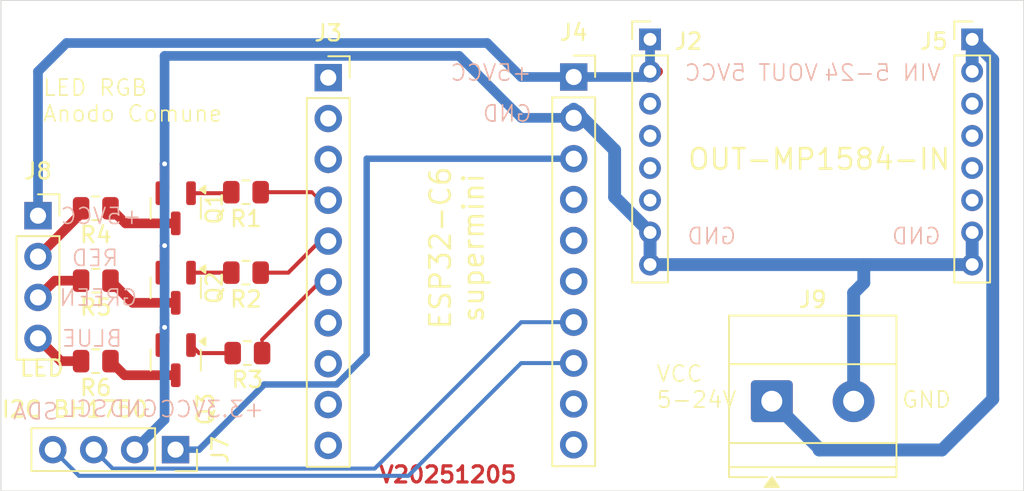
<source format=kicad_pcb>
(kicad_pcb (version 20241229) (generator "pcbnew") (generator_version "9.0")
  (layers (0 "F.Cu" signal) (2 "B.Cu" signal) (13 "F.Paste" user) (15 "B.Paste" user) (5 "F.SilkS" user "F.Silkscreen") (7 "B.SilkS" user "B.Silkscreen") (1 "F.Mask" user) (3 "B.Mask" user) (25 "Edge.Cuts" user))
  (net 0 "")
  (net 1 "VCC 5V")
  (net 2 "GND")
  (net 3 "/PWM_BLUE")
  (net 9 "/PWM_RED")
  (net 11 "/PWM_GREEN")
  (net 16 "/I2C SDA")
  (net 18 "/I2C SCL")
  (net 19 "Net-(J4-Pin_3)")
  (net 21 "VCC 12V MAX")
  (net 22 "Net-(J8-Pin_3)")
  (net 23 "Net-(J8-Pin_4)")
  (net 24 "Net-(J8-Pin_2)")
  (net 25 "Net-(Q1-G)")
  (net 26 "Net-(Q1-D)")
  (net 27 "Net-(Q2-D)")
  (net 28 "Net-(Q2-G)")
  (net 29 "Net-(Q3-G)")
  (net 30 "Net-(Q3-D)")
  (footprint "Resistor_SMD:R_0805_2012Metric" (layer "F.Cu") (at 82.0875 86 180)
    (property "Reference" "R5" (at 0 -1.65 0) (layer "F.SilkS"))
    (property "Value" "150R")
    (fp_line (start -0.227064 0.735) (end 0.227064 0.735) (stroke (width 0.12)) (layer "F.SilkS"))
    (fp_line (start -0.227064 -0.735) (end 0.227064 -0.735) (stroke (width 0.12)) (layer "F.SilkS"))
    (pad "1" smd roundrect (at -0.9125 0 180) (size 1.025 1.4) (layers "F.Cu" "F.Mask" "F.Paste") (roundrect_rratio 0.243902) (net 27 "Net-(Q2-D)"))
    (pad "2" smd roundrect (at 0.9125 0 180) (size 1.025 1.4) (layers "F.Cu" "F.Mask" "F.Paste") (roundrect_rratio 0.243902) (net 22 "Net-(J8-Pin_3)"))
  )
  (footprint "Connector_PinHeader_2.00mm:PinHeader_1x08_P2.00mm_Vertical" (layer "F.Cu") (at 116.5 71)
    (property "Reference" "J2" (at 2.38 0.12 0) (layer "F.SilkS"))
    (property "Value" "VOUT" (hide yes))
    (fp_line (start -1.11 -1.11) (end 0 -1.11) (stroke (width 0.12)) (layer "F.SilkS"))
    (fp_line (start -1.11 0) (end -1.11 -1.11) (stroke (width 0.12)) (layer "F.SilkS"))
    (fp_line (start -1.11 1) (end -1.11 15.11) (stroke (width 0.12)) (layer "F.SilkS"))
    (fp_line (start -1.11 1) (end 1.11 1) (stroke (width 0.12)) (layer "F.SilkS"))
    (fp_line (start -1.11 15.11) (end 1.11 15.11) (stroke (width 0.12)) (layer "F.SilkS"))
    (fp_line (start 1.11 1) (end 1.11 15.11) (stroke (width 0.12)) (layer "F.SilkS"))
    (pad "1" thru_hole rect (at 0 0) (size 1.35 1.35) (drill 0.8) (layers "*.Cu" "*.Mask") (net 1 "VCC 5V"))
    (pad "2" thru_hole circle (at 0 2) (size 1.35 1.35) (drill 0.8) (layers "*.Cu" "*.Mask") (net 1 "VCC 5V"))
    (pad "3" thru_hole circle (at 0 4) (size 1.35 1.35) (drill 0.8) (layers "*.Cu" "*.Mask"))
    (pad "4" thru_hole circle (at 0 6) (size 1.35 1.35) (drill 0.8) (layers "*.Cu" "*.Mask"))
    (pad "5" thru_hole circle (at 0 8) (size 1.35 1.35) (drill 0.8) (layers "*.Cu" "*.Mask"))
    (pad "6" thru_hole circle (at 0 10) (size 1.35 1.35) (drill 0.8) (layers "*.Cu" "*.Mask"))
    (pad "7" thru_hole circle (at 0 12) (size 1.35 1.35) (drill 0.8) (layers "*.Cu" "*.Mask") (net 2 "GND"))
    (pad "8" thru_hole circle (at 0 14) (size 1.35 1.35) (drill 0.8) (layers "*.Cu" "*.Mask") (net 2 "GND"))
  )
  (footprint "Connector_PinSocket_2.54mm:PinSocket_1x10_P2.54mm_Vertical" (layer "F.Cu") (at 96.52 73.38)
    (property "Reference" "J3" (at 0 -2.77 0) (layer "F.SilkS"))
    (property "Value" "ESP32C6 Left")
    (fp_line (start -1.33 1.27) (end -1.33 24.19) (stroke (width 0.12)) (layer "F.SilkS"))
    (fp_line (start -1.33 1.27) (end 1.33 1.27) (stroke (width 0.12)) (layer "F.SilkS"))
    (fp_line (start -1.33 24.19) (end 1.33 24.19) (stroke (width 0.12)) (layer "F.SilkS"))
    (fp_line (start 0 -1.33) (end 1.33 -1.33) (stroke (width 0.12)) (layer "F.SilkS"))
    (fp_line (start 1.33 -1.33) (end 1.33 0) (stroke (width 0.12)) (layer "F.SilkS"))
    (fp_line (start 1.33 1.27) (end 1.33 24.19) (stroke (width 0.12)) (layer "F.SilkS"))
    (pad "1" thru_hole rect (at 0 0) (size 1.7 1.7) (drill 1) (layers "*.Cu" "*.Mask"))
    (pad "2" thru_hole circle (at 0 2.54) (size 1.7 1.7) (drill 1) (layers "*.Cu" "*.Mask"))
    (pad "3" thru_hole circle (at 0 5.08) (size 1.7 1.7) (drill 1) (layers "*.Cu" "*.Mask"))
    (pad "4" thru_hole circle (at 0 7.62) (size 1.7 1.7) (drill 1) (layers "*.Cu" "*.Mask") (net 9 "/PWM_RED"))
    (pad "5" thru_hole circle (at 0 10.16) (size 1.7 1.7) (drill 1) (layers "*.Cu" "*.Mask") (net 11 "/PWM_GREEN"))
    (pad "6" thru_hole circle (at 0 12.7) (size 1.7 1.7) (drill 1) (layers "*.Cu" "*.Mask") (net 3 "/PWM_BLUE"))
    (pad "7" thru_hole circle (at 0 15.24) (size 1.7 1.7) (drill 1) (layers "*.Cu" "*.Mask"))
    (pad "8" thru_hole circle (at 0 17.78) (size 1.7 1.7) (drill 1) (layers "*.Cu" "*.Mask"))
    (pad "9" thru_hole circle (at 0 20.32) (size 1.7 1.7) (drill 1) (layers "*.Cu" "*.Mask"))
    (pad "10" thru_hole circle (at 0 22.86) (size 1.7 1.7) (drill 1) (layers "*.Cu" "*.Mask"))
  )
  (footprint "Package_TO_SOT_SMD:SOT-23" (layer "F.Cu") (at 87.05 81.5 -90)
    (property "Reference" "Q1" (at 0 -2.4 90) (layer "F.SilkS"))
    (property "Value" "AO3400A" (hide yes))
    (fp_line (start 0 1.56) (end -0.65 1.56) (stroke (width 0.12)) (layer "F.SilkS"))
    (fp_line (start 0 1.56) (end 0.65 1.56) (stroke (width 0.12)) (layer "F.SilkS"))
    (fp_line (start 0 -1.56) (end -0.65 -1.56) (stroke (width 0.12)) (layer "F.SilkS"))
    (fp_line (start 0 -1.56) (end 0.65 -1.56) (stroke (width 0.12)) (layer "F.SilkS"))
    (fp_poly (pts (xy -1.1625 -1.51) (xy -1.4025 -1.84) (xy -0.9225 -1.84)) (stroke (width 0.12)) (fill yes) (layer "F.SilkS"))
    (pad "1" smd roundrect (at -0.9375 -0.95 270) (size 1.475 0.6) (layers "F.Cu" "F.Mask" "F.Paste") (net 25 "Net-(Q1-G)"))
    (pad "2" smd roundrect (at -0.9375 0.95 270) (size 1.475 0.6) (layers "F.Cu" "F.Mask" "F.Paste") (net 2 "GND"))
    (pad "3" smd roundrect (at 0.9375 0 270) (size 1.475 0.6) (layers "F.Cu" "F.Mask" "F.Paste") (net 26 "Net-(Q1-D)"))
  )
  (footprint "Package_TO_SOT_SMD:SOT-23" (layer "F.Cu") (at 87.05 86.4375 -90)
    (property "Reference" "Q2" (at 0 -2.4 90) (layer "F.SilkS"))
    (property "Value" "AO3400A")
    (fp_line (start 0 1.56) (end -0.65 1.56) (stroke (width 0.12)) (layer "F.SilkS"))
    (fp_line (start 0 1.56) (end 0.65 1.56) (stroke (width 0.12)) (layer "F.SilkS"))
    (fp_line (start 0 -1.56) (end -0.65 -1.56) (stroke (width 0.12)) (layer "F.SilkS"))
    (fp_line (start 0 -1.56) (end 0.65 -1.56) (stroke (width 0.12)) (layer "F.SilkS"))
    (fp_poly (pts (xy -1.1625 -1.51) (xy -1.4025 -1.84) (xy -0.9225 -1.84)) (stroke (width 0.12)) (fill yes) (layer "F.SilkS"))
    (pad "1" smd roundrect (at -0.9375 -0.95 270) (size 1.475 0.6) (layers "F.Cu" "F.Mask" "F.Paste") (net 28 "Net-(Q2-G)"))
    (pad "2" smd roundrect (at -0.9375 0.95 270) (size 1.475 0.6) (layers "F.Cu" "F.Mask" "F.Paste") (net 2 "GND"))
    (pad "3" smd roundrect (at 0.9375 0 270) (size 1.475 0.6) (layers "F.Cu" "F.Mask" "F.Paste") (net 27 "Net-(Q2-D)"))
  )
  (footprint "Resistor_SMD:R_0805_2012Metric" (layer "F.Cu") (at 82.0875 91 180)
    (property "Reference" "R6" (at 0 -1.65 0) (layer "F.SilkS"))
    (property "Value" "150R")
    (fp_line (start -0.227064 0.735) (end 0.227064 0.735) (stroke (width 0.12)) (layer "F.SilkS"))
    (fp_line (start -0.227064 -0.735) (end 0.227064 -0.735) (stroke (width 0.12)) (layer "F.SilkS"))
    (pad "1" smd roundrect (at -0.9125 0 180) (size 1.025 1.4) (layers "F.Cu" "F.Mask" "F.Paste") (roundrect_rratio 0.243902) (net 30 "Net-(Q3-D)"))
    (pad "2" smd roundrect (at 0.9125 0 180) (size 1.025 1.4) (layers "F.Cu" "F.Mask" "F.Paste") (roundrect_rratio 0.243902) (net 23 "Net-(J8-Pin_4)"))
  )
  (footprint "Connector_PinSocket_2.54mm:PinSocket_1x04_P2.54mm_Vertical" (layer "F.Cu") (at 78.5 81.96)
    (property "Reference" "J8" (at 0 -2.77 0) (layer "F.SilkS"))
    (property "Value" "LED" (at 0.24 9.48 0) (layer "F.SilkS"))
    (fp_line (start -1.33 1.27) (end -1.33 8.95) (stroke (width 0.12)) (layer "F.SilkS"))
    (fp_line (start -1.33 1.27) (end 1.33 1.27) (stroke (width 0.12)) (layer "F.SilkS"))
    (fp_line (start -1.33 8.95) (end 1.33 8.95) (stroke (width 0.12)) (layer "F.SilkS"))
    (fp_line (start 0 -1.33) (end 1.33 -1.33) (stroke (width 0.12)) (layer "F.SilkS"))
    (fp_line (start 1.33 -1.33) (end 1.33 0) (stroke (width 0.12)) (layer "F.SilkS"))
    (fp_line (start 1.33 1.27) (end 1.33 8.95) (stroke (width 0.12)) (layer "F.SilkS"))
    (pad "1" thru_hole rect (at 0 0) (size 1.7 1.7) (drill 1) (layers "*.Cu" "*.Mask") (net 1 "VCC 5V"))
    (pad "2" thru_hole circle (at 0 2.54) (size 1.7 1.7) (drill 1) (layers "*.Cu" "*.Mask") (net 24 "Net-(J8-Pin_2)"))
    (pad "3" thru_hole circle (at 0 5.08) (size 1.7 1.7) (drill 1) (layers "*.Cu" "*.Mask") (net 22 "Net-(J8-Pin_3)"))
    (pad "4" thru_hole circle (at 0 7.62) (size 1.7 1.7) (drill 1) (layers "*.Cu" "*.Mask") (net 23 "Net-(J8-Pin_4)"))
  )
  (footprint "Resistor_SMD:R_0805_2012Metric" (layer "F.Cu") (at 91.4125 85.5 180)
    (property "Reference" "R2" (at 0 -1.65 0) (layer "F.SilkS"))
    (property "Value" "220R")
    (fp_line (start -0.227064 0.735) (end 0.227064 0.735) (stroke (width 0.12)) (layer "F.SilkS"))
    (fp_line (start -0.227064 -0.735) (end 0.227064 -0.735) (stroke (width 0.12)) (layer "F.SilkS"))
    (pad "1" smd roundrect (at -0.9125 0 180) (size 1.025 1.4) (layers "F.Cu" "F.Mask" "F.Paste") (roundrect_rratio 0.243902) (net 11 "/PWM_GREEN"))
    (pad "2" smd roundrect (at 0.9125 0 180) (size 1.025 1.4) (layers "F.Cu" "F.Mask" "F.Paste") (roundrect_rratio 0.243902) (net 28 "Net-(Q2-G)"))
  )
  (footprint "Connector_PinSocket_2.54mm:PinSocket_1x04_P2.54mm_Vertical" (layer "F.Cu") (at 87.04 96.5 -90)
    (property "Reference" "J7" (at 0 -2.77 90) (layer "F.SilkS"))
    (property "Value" "I2C BH1750" (at -2.51 6.25 0) (layer "F.SilkS"))
    (fp_line (start -1.33 8.95) (end 1.33 8.95) (stroke (width 0.12)) (layer "F.SilkS"))
    (fp_line (start -1.33 1.27) (end -1.33 8.95) (stroke (width 0.12)) (layer "F.SilkS"))
    (fp_line (start -1.33 1.27) (end 1.33 1.27) (stroke (width 0.12)) (layer "F.SilkS"))
    (fp_line (start 1.33 1.27) (end 1.33 8.95) (stroke (width 0.12)) (layer "F.SilkS"))
    (fp_line (start 0 -1.33) (end 1.33 -1.33) (stroke (width 0.12)) (layer "F.SilkS"))
    (fp_line (start 1.33 -1.33) (end 1.33 0) (stroke (width 0.12)) (layer "F.SilkS"))
    (pad "1" thru_hole rect (at 0 0 270) (size 1.7 1.7) (drill 1) (layers "*.Cu" "*.Mask") (net 19 "Net-(J4-Pin_3)"))
    (pad "2" thru_hole circle (at 0 2.54 270) (size 1.7 1.7) (drill 1) (layers "*.Cu" "*.Mask") (net 2 "GND"))
    (pad "3" thru_hole circle (at 0 5.08 270) (size 1.7 1.7) (drill 1) (layers "*.Cu" "*.Mask") (net 18 "/I2C SCL"))
    (pad "4" thru_hole circle (at 0 7.62 270) (size 1.7 1.7) (drill 1) (layers "*.Cu" "*.Mask") (net 16 "/I2C SDA"))
  )
  (footprint "Connector_PinSocket_2.54mm:PinSocket_1x10_P2.54mm_Vertical" (layer "F.Cu") (at 111.76 73.34)
    (property "Reference" "J4" (at 0 -2.77 0) (layer "F.SilkS"))
    (property "Value" "ESP32C6 Right")
    (fp_line (start -1.33 1.27) (end -1.33 24.19) (stroke (width 0.12)) (layer "F.SilkS"))
    (fp_line (start -1.33 1.27) (end 1.33 1.27) (stroke (width 0.12)) (layer "F.SilkS"))
    (fp_line (start -1.33 24.19) (end 1.33 24.19) (stroke (width 0.12)) (layer "F.SilkS"))
    (fp_line (start 0 -1.33) (end 1.33 -1.33) (stroke (width 0.12)) (layer "F.SilkS"))
    (fp_line (start 1.33 -1.33) (end 1.33 0) (stroke (width 0.12)) (layer "F.SilkS"))
    (fp_line (start 1.33 1.27) (end 1.33 24.19) (stroke (width 0.12)) (layer "F.SilkS"))
    (pad "1" thru_hole rect (at 0 0) (size 1.7 1.7) (drill 1) (layers "*.Cu" "*.Mask") (net 1 "VCC 5V"))
    (pad "2" thru_hole circle (at 0 2.54) (size 1.7 1.7) (drill 1) (layers "*.Cu" "*.Mask") (net 2 "GND"))
    (pad "3" thru_hole circle (at 0 5.08) (size 1.7 1.7) (drill 1) (layers "*.Cu" "*.Mask") (net 19 "Net-(J4-Pin_3)"))
    (pad "4" thru_hole circle (at 0 7.62) (size 1.7 1.7) (drill 1) (layers "*.Cu" "*.Mask"))
    (pad "5" thru_hole circle (at 0 10.16) (size 1.7 1.7) (drill 1) (layers "*.Cu" "*.Mask"))
    (pad "6" thru_hole circle (at 0 12.7) (size 1.7 1.7) (drill 1) (layers "*.Cu" "*.Mask"))
    (pad "7" thru_hole circle (at 0 15.24) (size 1.7 1.7) (drill 1) (layers "*.Cu" "*.Mask") (net 18 "/I2C SCL"))
    (pad "8" thru_hole circle (at 0 17.78) (size 1.7 1.7) (drill 1) (layers "*.Cu" "*.Mask") (net 16 "/I2C SDA"))
    (pad "9" thru_hole circle (at 0 20.32) (size 1.7 1.7) (drill 1) (layers "*.Cu" "*.Mask"))
    (pad "10" thru_hole circle (at 0 22.86) (size 1.7 1.7) (drill 1) (layers "*.Cu" "*.Mask"))
  )
  (footprint "TerminalBlock_Phoenix:TerminalBlock_Phoenix_MKDS-1,5-2-5.08_1x02_P5.08mm_Horizontal" (layer "F.Cu") (at 124.06 93.49)
    (property "Reference" "J9" (at 2.54 -6.32 0) (layer "F.SilkS"))
    (property "Value" "+12VCC")
    (fp_line (start -2.66 -5.32) (end 7.74 -5.32) (stroke (width 0.12)) (layer "F.SilkS"))
    (fp_line (start -2.66 -2.3) (end 7.74 -2.3) (stroke (width 0.12)) (layer "F.SilkS"))
    (fp_line (start -2.66 2.6) (end 7.74 2.6) (stroke (width 0.12)) (layer "F.SilkS"))
    (fp_line (start -2.66 4.1) (end 7.74 4.1) (stroke (width 0.12)) (layer "F.SilkS"))
    (fp_line (start -2.66 4.72) (end -2.66 -5.32) (stroke (width 0.12)) (layer "F.SilkS"))
    (fp_line (start -0.3 4.72) (end -2.66 4.72) (stroke (width 0.12)) (layer "F.SilkS"))
    (fp_line (start 7.74 -5.32) (end 7.74 4.72) (stroke (width 0.12)) (layer "F.SilkS"))
    (fp_line (start 7.74 4.72) (end 0.3 4.72) (stroke (width 0.12)) (layer "F.SilkS"))
    (fp_poly (pts (xy 0 4.72) (xy 0.44 5.33) (xy -0.44 5.33)) (stroke (width 0.12)) (fill yes) (layer "F.SilkS"))
    (pad "1" thru_hole roundrect (at 0 0) (size 2.6 2.6) (drill 1.3) (layers "*.Cu" "*.Mask") (roundrect_rratio 0.096154) (net 21 "VCC 12V MAX"))
    (pad "2" thru_hole circle (at 5.08 0) (size 2.6 2.6) (drill 1.3) (layers "*.Cu" "*.Mask") (net 2 "GND"))
  )
  (footprint "Resistor_SMD:R_0805_2012Metric" (layer "F.Cu") (at 82.0875 81.5 180)
    (property "Reference" "R4" (at 0 -1.65 0) (layer "F.SilkS"))
    (property "Value" "150R")
    (fp_line (start -0.227064 0.735) (end 0.227064 0.735) (stroke (width 0.12)) (layer "F.SilkS"))
    (fp_line (start -0.227064 -0.735) (end 0.227064 -0.735) (stroke (width 0.12)) (layer "F.SilkS"))
    (pad "1" smd roundrect (at -0.9125 0 180) (size 1.025 1.4) (layers "F.Cu" "F.Mask" "F.Paste") (roundrect_rratio 0.243902) (net 26 "Net-(Q1-D)"))
    (pad "2" smd roundrect (at 0.9125 0 180) (size 1.025 1.4) (layers "F.Cu" "F.Mask" "F.Paste") (roundrect_rratio 0.243902) (net 24 "Net-(J8-Pin_2)"))
  )
  (footprint "Resistor_SMD:R_0805_2012Metric" (layer "F.Cu") (at 91.4125 80.5 180)
    (property "Reference" "R1" (at 0 -1.65 0) (layer "F.SilkS"))
    (property "Value" "220R")
    (fp_line (start -0.227064 0.735) (end 0.227064 0.735) (stroke (width 0.12)) (layer "F.SilkS"))
    (fp_line (start -0.227064 -0.735) (end 0.227064 -0.735) (stroke (width 0.12)) (layer "F.SilkS"))
    (pad "1" smd roundrect (at -0.9125 0 180) (size 1.025 1.4) (layers "F.Cu" "F.Mask" "F.Paste") (roundrect_rratio 0.243902) (net 9 "/PWM_RED"))
    (pad "2" smd roundrect (at 0.9125 0 180) (size 1.025 1.4) (layers "F.Cu" "F.Mask" "F.Paste") (roundrect_rratio 0.243902) (net 25 "Net-(Q1-G)"))
  )
  (footprint "Connector_PinHeader_2.00mm:PinHeader_1x08_P2.00mm_Vertical" (layer "F.Cu") (at 136.5 71)
    (property "Reference" "J5" (at -2.38 0.12 0) (layer "F.SilkS"))
    (property "Value" "VIN" (hide yes))
    (fp_line (start -1.11 -1.11) (end 0 -1.11) (stroke (width 0.12)) (layer "F.SilkS"))
    (fp_line (start -1.11 0) (end -1.11 -1.11) (stroke (width 0.12)) (layer "F.SilkS"))
    (fp_line (start -1.11 1) (end -1.11 15.11) (stroke (width 0.12)) (layer "F.SilkS"))
    (fp_line (start -1.11 1) (end 1.11 1) (stroke (width 0.12)) (layer "F.SilkS"))
    (fp_line (start -1.11 15.11) (end 1.11 15.11) (stroke (width 0.12)) (layer "F.SilkS"))
    (fp_line (start 1.11 1) (end 1.11 15.11) (stroke (width 0.12)) (layer "F.SilkS"))
    (pad "1" thru_hole rect (at 0 0) (size 1.35 1.35) (drill 0.8) (layers "*.Cu" "*.Mask") (net 21 "VCC 12V MAX"))
    (pad "2" thru_hole circle (at 0 2) (size 1.35 1.35) (drill 0.8) (layers "*.Cu" "*.Mask") (net 21 "VCC 12V MAX"))
    (pad "3" thru_hole circle (at 0 4) (size 1.35 1.35) (drill 0.8) (layers "*.Cu" "*.Mask"))
    (pad "4" thru_hole circle (at 0 6) (size 1.35 1.35) (drill 0.8) (layers "*.Cu" "*.Mask"))
    (pad "5" thru_hole circle (at 0 8) (size 1.35 1.35) (drill 0.8) (layers "*.Cu" "*.Mask"))
    (pad "6" thru_hole circle (at 0 10) (size 1.35 1.35) (drill 0.8) (layers "*.Cu" "*.Mask"))
    (pad "7" thru_hole circle (at 0 12) (size 1.35 1.35) (drill 0.8) (layers "*.Cu" "*.Mask") (net 2 "GND"))
    (pad "8" thru_hole circle (at 0 14) (size 1.35 1.35) (drill 0.8) (layers "*.Cu" "*.Mask") (net 2 "GND"))
  )
  (footprint "Resistor_SMD:R_0805_2012Metric" (layer "F.Cu") (at 91.5 90.5 180)
    (property "Reference" "R3" (at 0 -1.65 0) (layer "F.SilkS"))
    (property "Value" "220R")
    (fp_line (start -0.227064 0.735) (end 0.227064 0.735) (stroke (width 0.12)) (layer "F.SilkS"))
    (fp_line (start -0.227064 -0.735) (end 0.227064 -0.735) (stroke (width 0.12)) (layer "F.SilkS"))
    (pad "1" smd roundrect (at -0.9125 0 180) (size 1.025 1.4) (layers "F.Cu" "F.Mask" "F.Paste") (roundrect_rratio 0.243902) (net 3 "/PWM_BLUE"))
    (pad "2" smd roundrect (at 0.9125 0 180) (size 1.025 1.4) (layers "F.Cu" "F.Mask" "F.Paste") (roundrect_rratio 0.243902) (net 29 "Net-(Q3-G)"))
  )
  (footprint "Package_TO_SOT_SMD:SOT-23" (layer "F.Cu") (at 87.05 90.9375 -90)
    (property "Reference" "Q3" (at 3.0425 -1.85 90) (layer "F.SilkS"))
    (property "Value" "AO3400A" (hide yes))
    (fp_line (start 0 1.56) (end -0.65 1.56) (stroke (width 0.12)) (layer "F.SilkS"))
    (fp_line (start 0 1.56) (end 0.65 1.56) (stroke (width 0.12)) (layer "F.SilkS"))
    (fp_line (start 0 -1.56) (end -0.65 -1.56) (stroke (width 0.12)) (layer "F.SilkS"))
    (fp_line (start 0 -1.56) (end 0.65 -1.56) (stroke (width 0.12)) (layer "F.SilkS"))
    (fp_poly (pts (xy -1.1625 -1.51) (xy -1.4025 -1.84) (xy -0.9225 -1.84)) (stroke (width 0.12)) (fill yes) (layer "F.SilkS"))
    (pad "1" smd roundrect (at -0.9375 -0.95 270) (size 1.475 0.6) (layers "F.Cu" "F.Mask" "F.Paste") (net 29 "Net-(Q3-G)"))
    (pad "2" smd roundrect (at -0.9375 0.95 270) (size 1.475 0.6) (layers "F.Cu" "F.Mask" "F.Paste") (net 2 "GND"))
    (pad "3" smd roundrect (at 0.9375 0 270) (size 1.475 0.6) (layers "F.Cu" "F.Mask" "F.Paste") (net 30 "Net-(Q3-D)"))
  )
  (gr_rect (start 76.2 68.58) (end 139.7 99.06) (stroke (width 0.05)) (fill no) (layer "Edge.Cuts"))
  (gr_text "V20251205" (at 99.58 98.64 0) (layer "F.Cu") (effects (font (size 1 1) (thickness 0.2) (bold yes)) (justify left bottom)))
  (gr_text "OUT-MP1584-IN" (at 127 78.45 0) (layer "F.SilkS") (effects (font (size 1.27 1.27))))
  (gr_text "VCC\n5-24V" (at 116.84 93.98 0) (layer "F.SilkS") (effects (font (size 1 1) (thickness 0.1)) (justify left bottom)))
  (gr_text "GND" (at 132.08 93.98 0) (layer "F.SilkS") (effects (font (size 1 1) (thickness 0.1)) (justify left bottom)))
  (gr_text "LED RGB\nAnodo Comune" (at 78.74 76.2 0) (layer "F.SilkS") (effects (font (size 1 1) (thickness 0.1)) (justify left bottom)))
  (gr_text "ESP32-C6\nsupermini" (at 104.51 83.96 90) (layer "F.SilkS") (effects (font (size 1.27 1.27))))
  (gr_text "GND" (at 121.92 83.82 0) (layer "B.SilkS") (effects (font (size 1 1) (thickness 0.1)) (justify left bottom mirror)))
  (gr_text "GND" (at 86.02 94.55 0) (layer "B.SilkS") (effects (font (size 1 1) (thickness 0.1)) (justify left bottom mirror)))
  (gr_text "GND" (at 109.22 76.2 0) (layer "B.SilkS") (effects (font (size 1 1) (thickness 0.1)) (justify left bottom mirror)))
  (gr_text "SCL" (at 82.89 94.55 0) (layer "B.SilkS") (effects (font (size 1 1) (thickness 0.1)) (justify left bottom mirror)))
  (gr_text "+3.3VCC" (at 92.6 94.57 0) (layer "B.SilkS") (effects (font (size 1 1) (thickness 0.1)) (justify left bottom mirror)))
  (gr_text "GREEN" (at 84.74 87.64 0) (layer "B.SilkS") (effects (font (size 1 1) (thickness 0.1)) (justify left bottom mirror)))
  (gr_text "SDA" (at 79.82 94.71 0) (layer "B.SilkS") (effects (font (size 1 1) (thickness 0.1)) (justify left bottom mirror)))
  (gr_text "VOUT 5VCC" (at 127 73.66 0) (layer "B.SilkS") (effects (font (size 1 1) (thickness 0.1)) (justify left bottom mirror)))
  (gr_text "+5VCC" (at 85.01 82.57 0) (layer "B.SilkS") (effects (font (size 1 1) (thickness 0.1)) (justify left bottom mirror)))
  (gr_text "BLUE" (at 83.8 90.18 0) (layer "B.SilkS") (effects (font (size 1 1) (thickness 0.1)) (justify left bottom mirror)))
  (gr_text "GND" (at 134.62 83.82 0) (layer "B.SilkS") (effects (font (size 1 1) (thickness 0.1)) (justify left bottom mirror)))
  (gr_text "+5VCC" (at 109.22 73.66 0) (layer "B.SilkS") (effects (font (size 1 1) (thickness 0.1)) (justify left bottom mirror)))
  (gr_text "RED" (at 83.56 85.18 0) (layer "B.SilkS") (effects (font (size 1 1) (thickness 0.1)) (justify left bottom mirror)))
  (gr_text "VIN 5-24" (at 134.62 73.66 0) (layer "B.SilkS") (effects (font (size 1 1) (thickness 0.1)) (justify left bottom mirror)))
  (segment (start 116.66 73.34) (end 117 73) (width 0.6) (layer "F.Cu") (net 1))
  (segment (start 78.5 73) (end 80.272 71.228) (width 0.6) (layer "B.Cu") (net 1))
  (segment (start 116.5 73) (end 116.5 71) (width 0.6) (layer "B.Cu") (net 1))
  (segment (start 106.388 71.228) (end 108.5 73.34) (width 0.6) (layer "B.Cu") (net 1))
  (segment (start 111.76 73.34) (end 116.16 73.34) (width 0.6) (layer "B.Cu") (net 1))
  (segment (start 116.16 73.34) (end 116.5 73) (width 0.6) (layer "B.Cu") (net 1))
  (segment (start 80.272 71.228) (end 106.388 71.228) (width 0.6) (layer "B.Cu") (net 1))
  (segment (start 78.5 81.96) (end 78.5 73) (width 0.6) (layer "B.Cu") (net 1))
  (segment (start 108.5 73.34) (end 111.76 73.34) (width 0.6) (layer "B.Cu") (net 1))
  (segment (start 86.36 85.24) (end 86.1 85.5) (width 0.6) (layer "F.Cu") (net 2))
  (segment (start 86.36 88.9) (end 86.36 89.74) (width 0.6) (layer "F.Cu") (net 2))
  (segment (start 86.36 78.74) (end 86.36 80.3025) (width 0.6) (layer "F.Cu") (net 2))
  (segment (start 86.36 80.3025) (end 86.1 80.5625) (width 0.6) (layer "F.Cu") (net 2))
  (segment (start 86.36 83.82) (end 86.36 85.24) (width 0.6) (layer "F.Cu") (net 2))
  (segment (start 86.36 89.74) (end 86.1 90) (width 0.6) (layer "F.Cu") (net 2))
  (via (at 86.36 83.82) (size 0.6) (drill 0.3) (layers "F.Cu" "B.Cu") (net 2))
  (via (at 86.36 78.74) (size 0.6) (drill 0.3) (layers "F.Cu" "B.Cu") (net 2))
  (via (at 86.36 88.9) (size 0.6) (drill 0.3) (layers "F.Cu" "B.Cu") (net 2))
  (segment (start 86.36 78.74) (end 86.36 83.82) (width 0.6) (layer "B.Cu") (net 2))
  (segment (start 136.5 85) (end 136.5 83) (width 0.8) (layer "B.Cu") (net 2))
  (segment (start 86.36 83.82) (end 86.36 88.9) (width 0.6) (layer "B.Cu") (net 2))
  (segment (start 129.14 86.76) (end 129.14 93.49) (width 0.8) (layer "B.Cu") (net 2))
  (segment (start 104.649 72.029) (end 86.36 72.029) (width 0.6) (layer "B.Cu") (net 2))
  (segment (start 111.76 75.34) (end 114.3 77.88) (width 0.8) (layer "B.Cu") (net 2))
  (segment (start 111.76 75.88) (end 108.5 75.88) (width 0.6) (layer "B.Cu") (net 2))
  (segment (start 129.77 86.13) (end 129.14 86.76) (width 0.8) (layer "B.Cu") (net 2))
  (segment (start 86.36 94.64) (end 84.5 96.5) (width 0.6) (layer "B.Cu") (net 2))
  (segment (start 129.77 85) (end 129.77 86.13) (width 0.8) (layer "B.Cu") (net 2))
  (segment (start 108.5 75.88) (end 104.649 72.029) (width 0.6) (layer "B.Cu") (net 2))
  (segment (start 114.3 77.88) (end 114.3 80.8) (width 0.8) (layer "B.Cu") (net 2))
  (segment (start 129.77 85) (end 136.5 85) (width 0.8) (layer "B.Cu") (net 2))
  (segment (start 86.36 88.9) (end 86.36 94.64) (width 0.6) (layer "B.Cu") (net 2))
  (segment (start 114.3 80.8) (end 116.5 83) (width 0.8) (layer "B.Cu") (net 2))
  (segment (start 86.36 72.029) (end 86.36 78.74) (width 0.6) (layer "B.Cu") (net 2))
  (segment (start 116.5 85) (end 129.77 85) (width 0.8) (layer "B.Cu") (net 2))
  (segment (start 116.5 83) (end 116.5 85) (width 0.8) (layer "B.Cu") (net 2))
  (segment (start 92.4125 89.6675) (end 96 86.08) (width 0.25) (layer "F.Cu") (net 3))
  (segment (start 92.4125 90.5) (end 92.4125 89.6675) (width 0.2) (layer "F.Cu") (net 3))
  (segment (start 95.5 80.5) (end 96 81) (width 0.2) (layer "F.Cu") (net 9))
  (segment (start 92.325 80.5) (end 95.5 80.5) (width 0.25) (layer "F.Cu") (net 9))
  (segment (start 92.325 85.5) (end 94.04 85.5) (width 0.25) (layer "F.Cu") (net 11))
  (segment (start 94.04 85.5) (end 96 83.54) (width 0.25) (layer "F.Cu") (net 11))
  (segment (start 79.42 96.5) (end 81.047 98.127) (width 0.25) (layer "B.Cu") (net 16))
  (segment (start 81.047 98.127) (end 101.493 98.127) (width 0.25) (layer "B.Cu") (net 16))
  (segment (start 101.493 98.127) (end 108.5 91.12) (width 0.25) (layer "B.Cu") (net 16))
  (segment (start 108.5 91.12) (end 111.76 91.12) (width 0.25) (layer "B.Cu") (net 16))
  (segment (start 108.5 88.58) (end 111.76 88.58) (width 0.25) (layer "B.Cu") (net 18))
  (segment (start 83.136 97.676) (end 99.404 97.676) (width 0.25) (layer "B.Cu") (net 18))
  (segment (start 99.404 97.676) (end 108.5 88.58) (width 0.25) (layer "B.Cu") (net 18))
  (segment (start 81.96 96.5) (end 83.136 97.676) (width 0.25) (layer "B.Cu") (net 18))
  (segment (start 92.551 92.449) (end 97.038182 92.449) (width 0.4) (layer "B.Cu") (net 19))
  (segment (start 97.038182 92.449) (end 98.907243 90.579939) (width 0.4) (layer "B.Cu") (net 19))
  (segment (start 88.5 96.5) (end 92.551 92.449) (width 0.4) (layer "B.Cu") (net 19))
  (segment (start 87.04 96.5) (end 88.5 96.5) (width 0.4) (layer "B.Cu") (net 19))
  (segment (start 98.907243 90.579939) (end 98.907243 78.42) (width 0.4) (layer "B.Cu") (net 19))
  (segment (start 98.907243 78.42) (end 111.76 78.42) (width 0.4) (layer "B.Cu") (net 19))
  (segment (start 137.776 72.276) (end 137.776 93.364) (width 0.8) (layer "B.Cu") (net 21))
  (segment (start 137.776 93.364) (end 134.62 96.52) (width 0.8) (layer "B.Cu") (net 21))
  (segment (start 127 96.52) (end 127 96.43) (width 0.8) (layer "B.Cu") (net 21))
  (segment (start 134.62 96.52) (end 127 96.52) (width 0.8) (layer "B.Cu") (net 21))
  (segment (start 136.5 71) (end 137.776 72.276) (width 0.8) (layer "B.Cu") (net 21))
  (segment (start 127 96.43) (end 124.06 93.49) (width 0.8) (layer "B.Cu") (net 21))
  (segment (start 136.5 73) (end 136.5 71) (width 0.8) (layer "B.Cu") (net 21))
  (segment (start 78.5 87.04) (end 79.54 86) (width 0.6) (layer "F.Cu") (net 22))
  (segment (start 79.54 86) (end 81.175 86) (width 0.6) (layer "F.Cu") (net 22))
  (segment (start 79.92 91) (end 81.175 91) (width 0.6) (layer "F.Cu") (net 23))
  (segment (start 78.5 89.58) (end 79.92 91) (width 0.6) (layer "F.Cu") (net 23))
  (segment (start 81.175 81.825) (end 81.175 81.5) (width 0.2) (layer "F.Cu") (net 24))
  (segment (start 78.5 84.5) (end 81.175 81.825) (width 0.6) (layer "F.Cu") (net 24))
  (segment (start 90.4375 80.5625) (end 90.5 80.5) (width 0.2) (layer "F.Cu") (net 25))
  (segment (start 88 80.5625) (end 90.4375 80.5625) (width 0.25) (layer "F.Cu") (net 25))
  (segment (start 83.9375 82.4375) (end 83 81.5) (width 0.6) (layer "F.Cu") (net 26))
  (segment (start 87.05 82.4375) (end 83.9375 82.4375) (width 0.6) (layer "F.Cu") (net 26))
  (segment (start 87.05 87.375) (end 84.375 87.375) (width 0.6) (layer "F.Cu") (net 27))
  (segment (start 84.375 87.375) (end 83 86) (width 0.6) (layer "F.Cu") (net 27))
  (segment (start 88 85.5) (end 90.5 85.5) (width 0.25) (layer "F.Cu") (net 28))
  (segment (start 88 90) (end 88.5 90.5) (width 0.25) (layer "F.Cu") (net 29))
  (segment (start 88.5 90.5) (end 90.5875 90.5) (width 0.25) (layer "F.Cu") (net 29))
  (segment (start 83.875 91.875) (end 83 91) (width 0.6) (layer "F.Cu") (net 30))
  (segment (start 87.05 91.875) (end 83.875 91.875) (width 0.6) (layer "F.Cu") (net 30))
)
</source>
